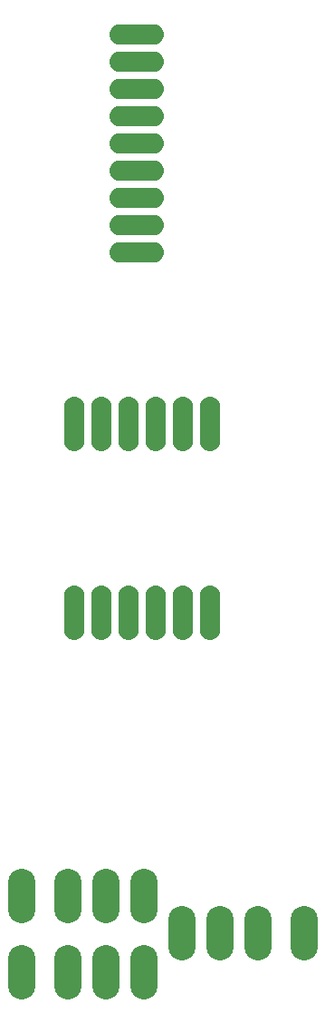
<source format=gbr>
%TF.GenerationSoftware,Altium Limited,Altium Designer,24.3.1 (35)*%
G04 Layer_Physical_Order=2*
G04 Layer_Color=16711680*
%FSLAX45Y45*%
%MOMM*%
%TF.SameCoordinates,1C176170-2899-406E-8B2E-9C71E4A34281*%
%TF.FilePolarity,Positive*%
%TF.FileFunction,Copper,L2,Bot,Signal*%
%TF.Part,Single*%
G01*
G75*
%TA.AperFunction,ComponentPad*%
%ADD10O,2.54000X5.08000*%
%ADD11O,1.90500X5.08000*%
%ADD12O,5.08000X1.90500*%
D10*
X4140200Y3746500D02*
D03*
X4495800D02*
D03*
X5994400Y3403600D02*
D03*
X3352800Y3035300D02*
D03*
X3784600D02*
D03*
X4140200D02*
D03*
X4495800D02*
D03*
X5562600Y3403600D02*
D03*
X5207000D02*
D03*
X4851400D02*
D03*
X3784600Y3746500D02*
D03*
X3352800D02*
D03*
D11*
X5118100Y8153400D02*
D03*
X4864100D02*
D03*
X4610100D02*
D03*
X4356100D02*
D03*
X4102100D02*
D03*
X3848100D02*
D03*
X5118100Y6388100D02*
D03*
X4864100D02*
D03*
X4610100D02*
D03*
X4356100D02*
D03*
X4102100D02*
D03*
X3848100D02*
D03*
D12*
X4432300Y11785600D02*
D03*
Y11531600D02*
D03*
Y11277600D02*
D03*
Y11023600D02*
D03*
Y10769600D02*
D03*
Y10515600D02*
D03*
Y10261600D02*
D03*
Y10007600D02*
D03*
Y9753600D02*
D03*
%TF.MD5,8e25b76e4dccaf5cd167a21ae66bcbdb*%
M02*

</source>
